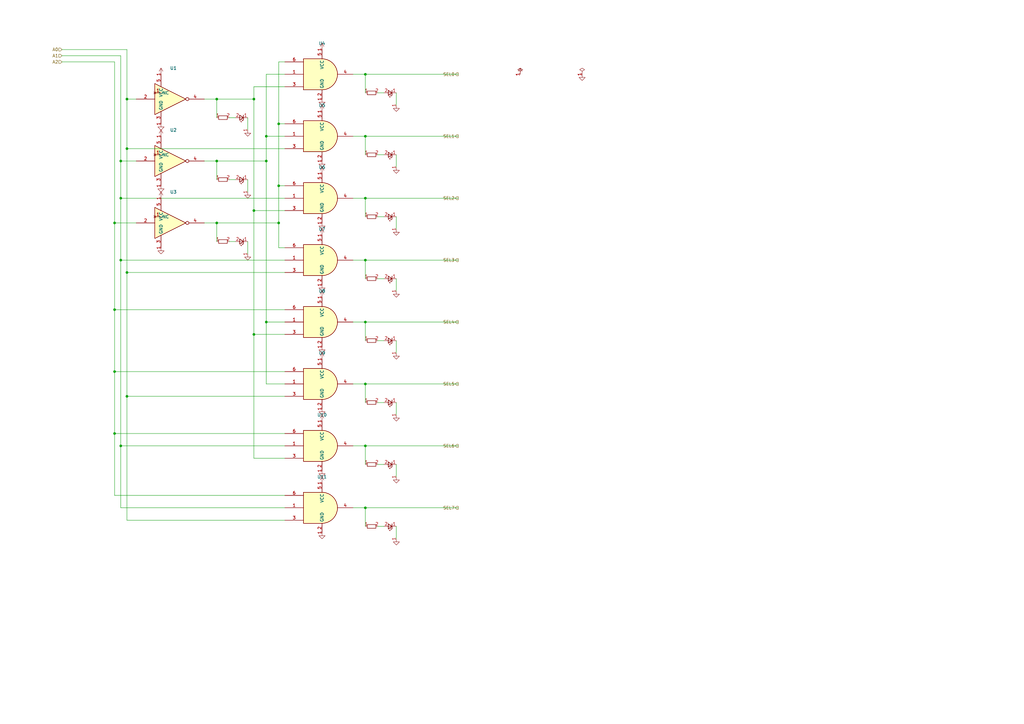
<source format=kicad_sch>
(kicad_sch (version 20250114) (generator eeschema)
  (paper "A3")
  (lib_symbols
    (symbol "74xGxx:74LVC1G04"
      (property "Reference" "U" (at 0 7.62 0))
      (property "Value" "74LVC1G04" (at 5.08 -7.62 0))
      (property "Datasheet" "https://www.ti.com/lit/ds/symlink/sn74lvc1g04.pdf" (at 0 0 0))
      (property "Description" "Single NOT Gate, Low-Voltage CMOS" (at 0 0 0))
      (property "ki_keywords" "Single Gate NOT LVC CMOS" (at 0 0 0))
      (property "ki_fp_filters" "SOT?23* Texas?R-PDSO-G5?DCK* Texas?R-PDSO-N5?DRL* Texas?X2SON*0.8x0.8mm*P0.48mm*" (at 0 0 0))
      (symbol "74LVC1G04_0_1"
        (polyline (pts (xy -7.62 6.35) (xy -7.62 -6.35) (xy 5.08 0) (xy -7.62 6.35)) (stroke (width 0.254)) (fill (type background)))
      )
      (symbol "74LVC1G04_1_1"
        (pin input line (at -15.24 0 0) (length 7.62) (name "~") (number "2"))
        (pin power_in line (at -5.08 10.16 270) (length 5.08) (name "VCC") (number "5"))
        (pin power_in line (at -5.08 -10.16 90) (length 5.08) (name "GND") (number "3"))
        (pin no_connect line (at -7.62 2.54 0) (length 2.54) (name "NC") (number "1"))
        (pin output inverted (at 12.7 0 180) (length 7.62) (name "~") (number "4"))
      )
    )
    (symbol "power:VCC" (power) (pin_names (offset 0))
      (property "Reference" "#PWR" (at 0 -3.81 0))
      (property "Value" "VCC" (at 0 3.556 0))
      (property "Description" "Power symbol creates a global label with name \"VCC\"" (at 0 0 0))
      (property "ki_keywords" "global power" (at 0 0 0))
      (symbol "VCC_0_1"
        (polyline (pts (xy -0.762 1.27) (xy 0 2.54)))
        (polyline (pts (xy 0 2.54) (xy 0.762 1.27)))
        (polyline (pts (xy 0 0) (xy 0 2.54)))
      )
      (symbol "VCC_1_1"
        (pin power_in line (at 0 0 90) (length 0) (name "~") (number "1"))
      )
    )
    (symbol "power:GND" (power) (pin_names (offset 0))
      (property "Reference" "#PWR" (at 0 -6.35 0))
      (property "Value" "GND" (at 0 -3.81 0))
      (property "Description" "Power symbol creates a global label with name \"GND\" , ground" (at 0 0 0))
      (property "ki_keywords" "global power" (at 0 0 0))
      (symbol "GND_0_1"
        (polyline (pts (xy 0 0) (xy 0 -1.27) (xy 1.27 -1.27) (xy 0 -2.54) (xy -1.27 -1.27) (xy 0 -1.27)))
      )
      (symbol "GND_1_1"
        (pin power_in line (at 0 0 270) (length 0) (name "~") (number "1"))
      )
    )
    (symbol "74xGxx:74LVC1G11"
      (property "Reference" "U" (at -5.08 10.16 0))
      (property "Value" "74LVC1G11" (at 7.62 -10.16 0))
      (property "Datasheet" "http://www.ti.com/lit/sg/scyt129e/scyt129e.pdf" (at 0 0 0))
      (property "Description" "Single AND 3-Input Gate, Low-Voltage CMOS" (at 0 0 0))
      (property "ki_keywords" "Single Gate AND triple LVC CMOS" (at 0 0 0))
      (property "ki_fp_filters" "SOT* SG-*" (at 0 0 0))
      (symbol "74LVC1G11_0_1"
        (arc (start 0 6.35) (mid 6.3224 0) (end 0 -6.35) (stroke (width 0.254)) (fill (type background)))
        (polyline (pts (xy 0 -6.35) (xy -7.62 -6.35) (xy -7.62 6.35) (xy 0 6.35)) (stroke (width 0.254)) (fill (type background)))
      )
      (symbol "74LVC1G11_1_1"
        (pin input line (at -15.24 5.08 0) (length 7.62) (name "~") (number "6"))
        (pin input line (at -15.24 0 0) (length 7.62) (name "~") (number "1"))
        (pin input line (at -15.24 -5.08 0) (length 7.62) (name "~") (number "3"))
        (pin power_in line (at 0 10.16 270) (length 3.81) (name "VCC") (number "5"))
        (pin power_in line (at 0 -10.16 90) (length 3.81) (name "GND") (number "2"))
        (pin output line (at 12.7 0 180) (length 6.35) (name "~") (number "4"))
      )
    )
    (symbol "Device:R_Small" (pin_names (offset 0.254))
      (property "Reference" "R" (at 0 0 90))
      (property "Value" "R_Small" (at 1.778 0 90))
      (property "Datasheet" "~" (at 0 0 0))
      (property "Description" "Resistor, small symbol" (at 0 0 0))
      (property "ki_keywords" "R resistor" (at 0 0 0))
      (property "ki_fp_filters" "R_*" (at 0 0 0))
      (symbol "R_Small_0_1"
        (rectangle (start -0.762 1.778) (end 0.762 -1.778) (stroke (width 0.2032)))
      )
      (symbol "R_Small_1_1"
        (pin passive line (at 0 2.54 270) (length 0.762) (name "~") (number "1"))
        (pin passive line (at 0 -2.54 90) (length 0.762) (name "~") (number "2"))
      )
    )
    (symbol "Device:LED_Small" (pin_names (offset 0.254) hide)
      (property "Reference" "D" (at -1.27 3.175 0))
      (property "Value" "LED_Small" (at -4.445 -2.54 0))
      (property "Datasheet" "~" (at 0 0 90))
      (property "Description" "Light emitting diode, small symbol" (at 0 0 0))
      (property "Sim.Pins" "1=K 2=A" (at 0 0 0))
      (property "ki_keywords" "LED diode light-emitting-diode" (at 0 0 0))
      (property "ki_fp_filters" "LED* LED_SMD:* LED_THT:*" (at 0 0 0))
      (symbol "LED_Small_0_1"
        (polyline (pts (xy -0.762 -1.016) (xy -0.762 1.016)) (stroke (width 0.254)))
        (polyline (pts (xy 0 0.762) (xy -0.508 1.27) (xy -0.254 1.27) (xy -0.508 1.27) (xy -0.508 1.016)))
        (polyline (pts (xy 0.508 1.27) (xy 0 1.778) (xy 0.254 1.778) (xy 0 1.778) (xy 0 1.524)))
        (polyline (pts (xy 0.762 -1.016) (xy -0.762 0) (xy 0.762 1.016) (xy 0.762 -1.016)) (stroke (width 0.254)))
        (polyline (pts (xy 1.016 0) (xy -0.762 0)))
      )
      (symbol "LED_Small_1_1"
        (pin passive line (at -2.54 0 0) (length 1.778) (name "K") (number "1"))
        (pin passive line (at 2.54 0 180) (length 1.778) (name "A") (number "2"))
      )
    )
    (symbol "power:PWR_FLAG" (power) (pin_names (offset 0))
      (property "Reference" "#FLG" (at 0 1.905 0))
      (property "Value" "PWR_FLAG" (at 0 3.81 0))
      (property "Datasheet" "~" (at 0 0 0))
      (property "Description" "Special symbol for telling ERC where power comes from" (at 0 0 0))
      (property "ki_keywords" "flag power" (at 0 0 0))
      (symbol "PWR_FLAG_0_0"
        (pin power_out line (at 0 0 90) (length 0) (name "~") (number "1"))
      )
      (symbol "PWR_FLAG_0_1"
        (polyline (pts (xy 0 0) (xy 0 1.27) (xy -1.016 1.905) (xy 0 2.54) (xy 1.016 1.905) (xy 0 1.27)))
      )
    )
  )
  (junction (at 52.07 40.64))
  (junction (at 52.07 60.96))
  (junction (at 52.07 111.76))
  (junction (at 52.07 162.56))
  (junction (at 49.53 66.04))
  (junction (at 49.53 81.28))
  (junction (at 49.53 106.68))
  (junction (at 49.53 182.88))
  (junction (at 46.99 91.44))
  (junction (at 46.99 127.0))
  (junction (at 46.99 152.4))
  (junction (at 46.99 177.8))
  (junction (at 88.9 40.64))
  (junction (at 104.14 40.64))
  (junction (at 104.14 86.36))
  (junction (at 104.14 137.16))
  (junction (at 88.9 66.04))
  (junction (at 109.22 55.88))
  (junction (at 109.22 66.04))
  (junction (at 109.22 132.08))
  (junction (at 88.9 91.44))
  (junction (at 114.3 50.8))
  (junction (at 114.3 76.2))
  (junction (at 114.3 91.44))
  (junction (at 149.86 30.48))
  (junction (at 149.86 55.88))
  (junction (at 149.86 81.28))
  (junction (at 149.86 106.68))
  (junction (at 149.86 132.08))
  (junction (at 149.86 157.48))
  (junction (at 149.86 182.88))
  (junction (at 149.86 208.28))
  (wire (pts (xy 25.4 20.32) (xy 52.07 20.32)) (stroke (width 0.0)))
  (wire (pts (xy 25.4 22.86) (xy 49.53 22.86)) (stroke (width 0.0)))
  (wire (pts (xy 25.4 25.4) (xy 46.99 25.4)) (stroke (width 0.0)))
  (wire (pts (xy 52.07 20.32) (xy 52.07 40.64)) (stroke (width 0.0)))
  (wire (pts (xy 52.07 40.64) (xy 52.07 60.96)) (stroke (width 0.0)))
  (wire (pts (xy 52.07 60.96) (xy 52.07 111.76)) (stroke (width 0.0)))
  (wire (pts (xy 52.07 111.76) (xy 52.07 162.56)) (stroke (width 0.0)))
  (wire (pts (xy 52.07 162.56) (xy 52.07 213.36)) (stroke (width 0.0)))
  (wire (pts (xy 52.07 40.64) (xy 55.88 40.64)) (stroke (width 0.0)))
  (wire (pts (xy 52.07 60.96) (xy 116.84 60.96)) (stroke (width 0.0)))
  (wire (pts (xy 52.07 111.76) (xy 116.84 111.76)) (stroke (width 0.0)))
  (wire (pts (xy 52.07 162.56) (xy 116.84 162.56)) (stroke (width 0.0)))
  (wire (pts (xy 52.07 213.36) (xy 116.84 213.36)) (stroke (width 0.0)))
  (wire (pts (xy 49.53 22.86) (xy 49.53 66.04)) (stroke (width 0.0)))
  (wire (pts (xy 49.53 66.04) (xy 49.53 81.28)) (stroke (width 0.0)))
  (wire (pts (xy 49.53 81.28) (xy 49.53 106.68)) (stroke (width 0.0)))
  (wire (pts (xy 49.53 106.68) (xy 49.53 182.88)) (stroke (width 0.0)))
  (wire (pts (xy 49.53 182.88) (xy 49.53 208.28)) (stroke (width 0.0)))
  (wire (pts (xy 49.53 66.04) (xy 55.88 66.04)) (stroke (width 0.0)))
  (wire (pts (xy 49.53 81.28) (xy 116.84 81.28)) (stroke (width 0.0)))
  (wire (pts (xy 49.53 106.68) (xy 116.84 106.68)) (stroke (width 0.0)))
  (wire (pts (xy 49.53 182.88) (xy 116.84 182.88)) (stroke (width 0.0)))
  (wire (pts (xy 49.53 208.28) (xy 116.84 208.28)) (stroke (width 0.0)))
  (wire (pts (xy 46.99 25.4) (xy 46.99 91.44)) (stroke (width 0.0)))
  (wire (pts (xy 46.99 91.44) (xy 46.99 127.0)) (stroke (width 0.0)))
  (wire (pts (xy 46.99 127.0) (xy 46.99 152.4)) (stroke (width 0.0)))
  (wire (pts (xy 46.99 152.4) (xy 46.99 177.8)) (stroke (width 0.0)))
  (wire (pts (xy 46.99 177.8) (xy 46.99 203.2)) (stroke (width 0.0)))
  (wire (pts (xy 46.99 91.44) (xy 55.88 91.44)) (stroke (width 0.0)))
  (wire (pts (xy 46.99 127.0) (xy 116.84 127.0)) (stroke (width 0.0)))
  (wire (pts (xy 46.99 152.4) (xy 116.84 152.4)) (stroke (width 0.0)))
  (wire (pts (xy 46.99 177.8) (xy 116.84 177.8)) (stroke (width 0.0)))
  (wire (pts (xy 46.99 203.2) (xy 116.84 203.2)) (stroke (width 0.0)))
  (wire (pts (xy 83.82 40.64) (xy 88.9 40.64)) (stroke (width 0.0)))
  (wire (pts (xy 88.9 40.64) (xy 104.14 40.64)) (stroke (width 0.0)))
  (wire (pts (xy 93.98 48.26) (xy 96.52 48.26)) (stroke (width 0.0)))
  (wire (pts (xy 101.6 48.26) (xy 101.6 53.34)) (stroke (width 0.0)))
  (wire (pts (xy 88.9 40.64) (xy 88.9 48.26)) (stroke (width 0.0)))
  (wire (pts (xy 104.14 35.56) (xy 104.14 40.64)) (stroke (width 0.0)))
  (wire (pts (xy 104.14 40.64) (xy 104.14 86.36)) (stroke (width 0.0)))
  (wire (pts (xy 104.14 86.36) (xy 104.14 137.16)) (stroke (width 0.0)))
  (wire (pts (xy 104.14 137.16) (xy 104.14 187.96)) (stroke (width 0.0)))
  (wire (pts (xy 104.14 35.56) (xy 116.84 35.56)) (stroke (width 0.0)))
  (wire (pts (xy 104.14 86.36) (xy 116.84 86.36)) (stroke (width 0.0)))
  (wire (pts (xy 104.14 137.16) (xy 116.84 137.16)) (stroke (width 0.0)))
  (wire (pts (xy 104.14 187.96) (xy 116.84 187.96)) (stroke (width 0.0)))
  (wire (pts (xy 83.82 66.04) (xy 88.9 66.04)) (stroke (width 0.0)))
  (wire (pts (xy 88.9 66.04) (xy 109.22 66.04)) (stroke (width 0.0)))
  (wire (pts (xy 93.98 73.66) (xy 96.52 73.66)) (stroke (width 0.0)))
  (wire (pts (xy 101.6 73.66) (xy 101.6 78.74)) (stroke (width 0.0)))
  (wire (pts (xy 88.9 66.04) (xy 88.9 73.66)) (stroke (width 0.0)))
  (wire (pts (xy 109.22 30.48) (xy 109.22 55.88)) (stroke (width 0.0)))
  (wire (pts (xy 109.22 55.88) (xy 109.22 66.04)) (stroke (width 0.0)))
  (wire (pts (xy 109.22 66.04) (xy 109.22 132.08)) (stroke (width 0.0)))
  (wire (pts (xy 109.22 132.08) (xy 109.22 157.48)) (stroke (width 0.0)))
  (wire (pts (xy 109.22 30.48) (xy 116.84 30.48)) (stroke (width 0.0)))
  (wire (pts (xy 109.22 55.88) (xy 116.84 55.88)) (stroke (width 0.0)))
  (wire (pts (xy 109.22 132.08) (xy 116.84 132.08)) (stroke (width 0.0)))
  (wire (pts (xy 109.22 157.48) (xy 116.84 157.48)) (stroke (width 0.0)))
  (wire (pts (xy 83.82 91.44) (xy 88.9 91.44)) (stroke (width 0.0)))
  (wire (pts (xy 88.9 91.44) (xy 114.3 91.44)) (stroke (width 0.0)))
  (wire (pts (xy 93.98 99.06) (xy 96.52 99.06)) (stroke (width 0.0)))
  (wire (pts (xy 101.6 99.06) (xy 101.6 104.14)) (stroke (width 0.0)))
  (wire (pts (xy 88.9 91.44) (xy 88.9 99.06)) (stroke (width 0.0)))
  (wire (pts (xy 114.3 25.4) (xy 114.3 50.8)) (stroke (width 0.0)))
  (wire (pts (xy 114.3 50.8) (xy 114.3 76.2)) (stroke (width 0.0)))
  (wire (pts (xy 114.3 76.2) (xy 114.3 91.44)) (stroke (width 0.0)))
  (wire (pts (xy 114.3 91.44) (xy 114.3 101.6)) (stroke (width 0.0)))
  (wire (pts (xy 114.3 25.4) (xy 116.84 25.4)) (stroke (width 0.0)))
  (wire (pts (xy 114.3 50.8) (xy 116.84 50.8)) (stroke (width 0.0)))
  (wire (pts (xy 114.3 76.2) (xy 116.84 76.2)) (stroke (width 0.0)))
  (wire (pts (xy 114.3 101.6) (xy 116.84 101.6)) (stroke (width 0.0)))
  (wire (pts (xy 144.78 30.48) (xy 149.86 30.48)) (stroke (width 0.0)))
  (wire (pts (xy 149.86 30.48) (xy 187.96 30.48)) (stroke (width 0.0)))
  (wire (pts (xy 154.94 38.1) (xy 157.48 38.1)) (stroke (width 0.0)))
  (wire (pts (xy 162.56 38.1) (xy 162.56 43.18)) (stroke (width 0.0)))
  (wire (pts (xy 149.86 30.48) (xy 149.86 38.1)) (stroke (width 0.0)))
  (wire (pts (xy 144.78 55.88) (xy 149.86 55.88)) (stroke (width 0.0)))
  (wire (pts (xy 149.86 55.88) (xy 187.96 55.88)) (stroke (width 0.0)))
  (wire (pts (xy 154.94 63.5) (xy 157.48 63.5)) (stroke (width 0.0)))
  (wire (pts (xy 162.56 63.5) (xy 162.56 68.58)) (stroke (width 0.0)))
  (wire (pts (xy 149.86 55.88) (xy 149.86 63.5)) (stroke (width 0.0)))
  (wire (pts (xy 144.78 81.28) (xy 149.86 81.28)) (stroke (width 0.0)))
  (wire (pts (xy 149.86 81.28) (xy 187.96 81.28)) (stroke (width 0.0)))
  (wire (pts (xy 154.94 88.9) (xy 157.48 88.9)) (stroke (width 0.0)))
  (wire (pts (xy 162.56 88.9) (xy 162.56 93.98)) (stroke (width 0.0)))
  (wire (pts (xy 149.86 81.28) (xy 149.86 88.9)) (stroke (width 0.0)))
  (wire (pts (xy 144.78 106.68) (xy 149.86 106.68)) (stroke (width 0.0)))
  (wire (pts (xy 149.86 106.68) (xy 187.96 106.68)) (stroke (width 0.0)))
  (wire (pts (xy 154.94 114.3) (xy 157.48 114.3)) (stroke (width 0.0)))
  (wire (pts (xy 162.56 114.3) (xy 162.56 119.38)) (stroke (width 0.0)))
  (wire (pts (xy 149.86 106.68) (xy 149.86 114.3)) (stroke (width 0.0)))
  (wire (pts (xy 144.78 132.08) (xy 149.86 132.08)) (stroke (width 0.0)))
  (wire (pts (xy 149.86 132.08) (xy 187.96 132.08)) (stroke (width 0.0)))
  (wire (pts (xy 154.94 139.7) (xy 157.48 139.7)) (stroke (width 0.0)))
  (wire (pts (xy 162.56 139.7) (xy 162.56 144.78)) (stroke (width 0.0)))
  (wire (pts (xy 149.86 132.08) (xy 149.86 139.7)) (stroke (width 0.0)))
  (wire (pts (xy 144.78 157.48) (xy 149.86 157.48)) (stroke (width 0.0)))
  (wire (pts (xy 149.86 157.48) (xy 187.96 157.48)) (stroke (width 0.0)))
  (wire (pts (xy 154.94 165.1) (xy 157.48 165.1)) (stroke (width 0.0)))
  (wire (pts (xy 162.56 165.1) (xy 162.56 170.18)) (stroke (width 0.0)))
  (wire (pts (xy 149.86 157.48) (xy 149.86 165.1)) (stroke (width 0.0)))
  (wire (pts (xy 144.78 182.88) (xy 149.86 182.88)) (stroke (width 0.0)))
  (wire (pts (xy 149.86 182.88) (xy 187.96 182.88)) (stroke (width 0.0)))
  (wire (pts (xy 154.94 190.5) (xy 157.48 190.5)) (stroke (width 0.0)))
  (wire (pts (xy 162.56 190.5) (xy 162.56 195.58)) (stroke (width 0.0)))
  (wire (pts (xy 149.86 182.88) (xy 149.86 190.5)) (stroke (width 0.0)))
  (wire (pts (xy 144.78 208.28) (xy 149.86 208.28)) (stroke (width 0.0)))
  (wire (pts (xy 149.86 208.28) (xy 187.96 208.28)) (stroke (width 0.0)))
  (wire (pts (xy 154.94 215.9) (xy 157.48 215.9)) (stroke (width 0.0)))
  (wire (pts (xy 162.56 215.9) (xy 162.56 220.98)) (stroke (width 0.0)))
  (wire (pts (xy 149.86 208.28) (xy 149.86 215.9)) (stroke (width 0.0)))
  (hierarchical_label "A0" (shape input) (at 25.4 20.32 0))
  (hierarchical_label "A1" (shape input) (at 25.4 22.86 0))
  (hierarchical_label "A2" (shape input) (at 25.4 25.4 0))
  (hierarchical_label "SEL0" (shape output) (at 187.96 30.48 0))
  (hierarchical_label "SEL1" (shape output) (at 187.96 55.88 0))
  (hierarchical_label "SEL2" (shape output) (at 187.96 81.28 0))
  (hierarchical_label "SEL3" (shape output) (at 187.96 106.68 0))
  (hierarchical_label "SEL4" (shape output) (at 187.96 132.08 0))
  (hierarchical_label "SEL5" (shape output) (at 187.96 157.48 0))
  (hierarchical_label "SEL6" (shape output) (at 187.96 182.88 0))
  (hierarchical_label "SEL7" (shape output) (at 187.96 208.28 0))
  (symbol (lib_id "74xGxx:74LVC1G04") (at 71.12 40.64 0) (unit 1)
    (property "Reference" "U1" (at 71.12 27.94 0))
    (property "Value" "74LVC1G04" (effects hide))
    (property "Datasheet" "https://www.ti.com/lit/ds/symlink/sn74lvc1g04.pdf" (effects hide))
  )
  (symbol (lib_id "power:VCC") (at 66.04 30.48 0) (unit 1)
    (property "Reference" "#PWR1" (effects hide))
    (property "Value" "VCC" (effects hide))
    (instances (project "ram" (path "" (reference "#PWR1") (unit 1)) (path "" (reference "#PWR15") (unit 1))))
  )
  (symbol (lib_id "power:GND") (at 66.04 50.8 0) (unit 1)
    (property "Reference" "#PWR2" (effects hide))
    (property "Value" "GND" (effects hide))
    (instances (project "ram" (path "" (reference "#PWR2") (unit 1)) (path "" (reference "#PWR16") (unit 1))))
  )
  (symbol (lib_id "74xGxx:74LVC1G04") (at 71.12 66.04 0) (unit 1)
    (property "Reference" "U2" (at 71.12 53.34 0))
    (property "Value" "74LVC1G04" (effects hide))
    (property "Datasheet" "https://www.ti.com/lit/ds/symlink/sn74lvc1g04.pdf" (effects hide))
  )
  (symbol (lib_id "power:VCC") (at 66.04 55.88 0) (unit 1)
    (property "Reference" "#PWR3" (effects hide))
    (property "Value" "VCC" (effects hide))
    (instances (project "ram" (path "" (reference "#PWR3") (unit 1)) (path "" (reference "#PWR17") (unit 1))))
  )
  (symbol (lib_id "power:GND") (at 66.04 76.2 0) (unit 1)
    (property "Reference" "#PWR4" (effects hide))
    (property "Value" "GND" (effects hide))
    (instances (project "ram" (path "" (reference "#PWR4") (unit 1)) (path "" (reference "#PWR18") (unit 1))))
  )
  (symbol (lib_id "74xGxx:74LVC1G04") (at 71.12 91.44 0) (unit 1)
    (property "Reference" "U3" (at 71.12 78.74 0))
    (property "Value" "74LVC1G04" (effects hide))
    (property "Datasheet" "https://www.ti.com/lit/ds/symlink/sn74lvc1g04.pdf" (effects hide))
  )
  (symbol (lib_id "power:VCC") (at 66.04 81.28 0) (unit 1)
    (property "Reference" "#PWR5" (effects hide))
    (property "Value" "VCC" (effects hide))
    (instances (project "ram" (path "" (reference "#PWR5") (unit 1)) (path "" (reference "#PWR19") (unit 1))))
  )
  (symbol (lib_id "power:GND") (at 66.04 101.6 0) (unit 1)
    (property "Reference" "#PWR6" (effects hide))
    (property "Value" "GND" (effects hide))
    (instances (project "ram" (path "" (reference "#PWR6") (unit 1)) (path "" (reference "#PWR20") (unit 1))))
  )
  (symbol (lib_id "74xGxx:74LVC1G11") (at 132.08 30.48 0) (unit 1)
    (property "Reference" "U4" (at 132.08 17.78 0))
    (property "Value" "74LVC1G11" (effects hide))
    (property "Datasheet" "http://www.ti.com/lit/sg/scyt129e/scyt129e.pdf" (effects hide))
  )
  (symbol (lib_id "power:VCC") (at 132.08 20.32 0) (unit 1)
    (property "Reference" "#PWR7" (effects hide))
    (property "Value" "VCC" (effects hide))
    (instances (project "ram" (path "" (reference "#PWR7") (unit 1)) (path "" (reference "#PWR21") (unit 1))))
  )
  (symbol (lib_id "power:GND") (at 132.08 40.64 0) (unit 1)
    (property "Reference" "#PWR8" (effects hide))
    (property "Value" "GND" (effects hide))
    (instances (project "ram" (path "" (reference "#PWR8") (unit 1)) (path "" (reference "#PWR22") (unit 1))))
  )
  (symbol (lib_id "74xGxx:74LVC1G11") (at 132.08 55.88 0) (unit 1)
    (property "Reference" "U5" (at 132.08 43.18000000000001 0))
    (property "Value" "74LVC1G11" (effects hide))
    (property "Datasheet" "http://www.ti.com/lit/sg/scyt129e/scyt129e.pdf" (effects hide))
  )
  (symbol (lib_id "power:VCC") (at 132.08 45.72 0) (unit 1)
    (property "Reference" "#PWR9" (effects hide))
    (property "Value" "VCC" (effects hide))
    (instances (project "ram" (path "" (reference "#PWR9") (unit 1)) (path "" (reference "#PWR23") (unit 1))))
  )
  (symbol (lib_id "power:GND") (at 132.08 66.04 0) (unit 1)
    (property "Reference" "#PWR10" (effects hide))
    (property "Value" "GND" (effects hide))
    (instances (project "ram" (path "" (reference "#PWR10") (unit 1)) (path "" (reference "#PWR24") (unit 1))))
  )
  (symbol (lib_id "74xGxx:74LVC1G11") (at 132.08 81.28 0) (unit 1)
    (property "Reference" "U6" (at 132.08 68.58 0))
    (property "Value" "74LVC1G11" (effects hide))
    (property "Datasheet" "http://www.ti.com/lit/sg/scyt129e/scyt129e.pdf" (effects hide))
  )
  (symbol (lib_id "power:VCC") (at 132.08 71.12 0) (unit 1)
    (property "Reference" "#PWR11" (effects hide))
    (property "Value" "VCC" (effects hide))
    (instances (project "ram" (path "" (reference "#PWR11") (unit 1)) (path "" (reference "#PWR25") (unit 1))))
  )
  (symbol (lib_id "power:GND") (at 132.08 91.44 0) (unit 1)
    (property "Reference" "#PWR12" (effects hide))
    (property "Value" "GND" (effects hide))
    (instances (project "ram" (path "" (reference "#PWR12") (unit 1)) (path "" (reference "#PWR26") (unit 1))))
  )
  (symbol (lib_id "74xGxx:74LVC1G11") (at 132.08 106.68 0) (unit 1)
    (property "Reference" "U7" (at 132.08 93.98 0))
    (property "Value" "74LVC1G11" (effects hide))
    (property "Datasheet" "http://www.ti.com/lit/sg/scyt129e/scyt129e.pdf" (effects hide))
  )
  (symbol (lib_id "power:VCC") (at 132.08 96.52 0) (unit 1)
    (property "Reference" "#PWR13" (effects hide))
    (property "Value" "VCC" (effects hide))
    (instances (project "ram" (path "" (reference "#PWR13") (unit 1)) (path "" (reference "#PWR27") (unit 1))))
  )
  (symbol (lib_id "power:GND") (at 132.08 116.84 0) (unit 1)
    (property "Reference" "#PWR14" (effects hide))
    (property "Value" "GND" (effects hide))
    (instances (project "ram" (path "" (reference "#PWR14") (unit 1)) (path "" (reference "#PWR28") (unit 1))))
  )
  (symbol (lib_id "74xGxx:74LVC1G11") (at 132.08 132.08 0) (unit 1)
    (property "Reference" "U8" (at 132.08 119.38000000000001 0))
    (property "Value" "74LVC1G11" (effects hide))
    (property "Datasheet" "http://www.ti.com/lit/sg/scyt129e/scyt129e.pdf" (effects hide))
  )
  (symbol (lib_id "power:VCC") (at 132.08 121.92 0) (unit 1)
    (property "Reference" "#PWR15" (effects hide))
    (property "Value" "VCC" (effects hide))
    (instances (project "ram" (path "" (reference "#PWR15") (unit 1)) (path "" (reference "#PWR29") (unit 1))))
  )
  (symbol (lib_id "power:GND") (at 132.08 142.24 0) (unit 1)
    (property "Reference" "#PWR16" (effects hide))
    (property "Value" "GND" (effects hide))
    (instances (project "ram" (path "" (reference "#PWR16") (unit 1)) (path "" (reference "#PWR30") (unit 1))))
  )
  (symbol (lib_id "74xGxx:74LVC1G11") (at 132.08 157.48 0) (unit 1)
    (property "Reference" "U9" (at 132.08 144.78 0))
    (property "Value" "74LVC1G11" (effects hide))
    (property "Datasheet" "http://www.ti.com/lit/sg/scyt129e/scyt129e.pdf" (effects hide))
  )
  (symbol (lib_id "power:VCC") (at 132.08 147.32 0) (unit 1)
    (property "Reference" "#PWR17" (effects hide))
    (property "Value" "VCC" (effects hide))
    (instances (project "ram" (path "" (reference "#PWR17") (unit 1)) (path "" (reference "#PWR31") (unit 1))))
  )
  (symbol (lib_id "power:GND") (at 132.08 167.64 0) (unit 1)
    (property "Reference" "#PWR18" (effects hide))
    (property "Value" "GND" (effects hide))
    (instances (project "ram" (path "" (reference "#PWR18") (unit 1)) (path "" (reference "#PWR32") (unit 1))))
  )
  (symbol (lib_id "74xGxx:74LVC1G11") (at 132.08 182.88 0) (unit 1)
    (property "Reference" "U10" (at 132.08 170.18 0))
    (property "Value" "74LVC1G11" (effects hide))
    (property "Datasheet" "http://www.ti.com/lit/sg/scyt129e/scyt129e.pdf" (effects hide))
  )
  (symbol (lib_id "power:VCC") (at 132.08 172.72 0) (unit 1)
    (property "Reference" "#PWR19" (effects hide))
    (property "Value" "VCC" (effects hide))
    (instances (project "ram" (path "" (reference "#PWR19") (unit 1)) (path "" (reference "#PWR33") (unit 1))))
  )
  (symbol (lib_id "power:GND") (at 132.08 193.04 0) (unit 1)
    (property "Reference" "#PWR20" (effects hide))
    (property "Value" "GND" (effects hide))
    (instances (project "ram" (path "" (reference "#PWR20") (unit 1)) (path "" (reference "#PWR34") (unit 1))))
  )
  (symbol (lib_id "74xGxx:74LVC1G11") (at 132.08 208.28 0) (unit 1)
    (property "Reference" "U11" (at 132.08 195.58 0))
    (property "Value" "74LVC1G11" (effects hide))
    (property "Datasheet" "http://www.ti.com/lit/sg/scyt129e/scyt129e.pdf" (effects hide))
  )
  (symbol (lib_id "power:VCC") (at 132.08 198.12 0) (unit 1)
    (property "Reference" "#PWR21" (effects hide))
    (property "Value" "VCC" (effects hide))
    (instances (project "ram" (path "" (reference "#PWR21") (unit 1)) (path "" (reference "#PWR35") (unit 1))))
  )
  (symbol (lib_id "power:GND") (at 132.08 218.44 0) (unit 1)
    (property "Reference" "#PWR22" (effects hide))
    (property "Value" "GND" (effects hide))
    (instances (project "ram" (path "" (reference "#PWR22") (unit 1)) (path "" (reference "#PWR36") (unit 1))))
  )
  (symbol (lib_id "Device:R_Small") (at 91.44 48.26 90) (unit 1)
    (property "Reference" "R1" (effects hide))
    (property "Value" "680R" (effects hide))
    (instances (project "ram" (path "" (reference "R1") (unit 1)) (path "" (reference "R15") (unit 1))))
  )
  (symbol (lib_id "Device:LED_Small") (at 99.06 48.26 180) (unit 1)
    (property "Reference" "D1" (effects hide))
    (property "Value" "Red" (effects hide))
    (instances (project "ram" (path "" (reference "D1") (unit 1)) (path "" (reference "D15") (unit 1))))
  )
  (symbol (lib_id "power:GND") (at 101.6 53.34 0) (unit 1)
    (property "Reference" "#PWR23" (effects hide))
    (property "Value" "GND" (effects hide))
    (instances (project "ram" (path "" (reference "#PWR23") (unit 1)) (path "" (reference "#PWR37") (unit 1))))
  )
  (symbol (lib_id "Device:R_Small") (at 91.44 73.66 90) (unit 1)
    (property "Reference" "R2" (effects hide))
    (property "Value" "680R" (effects hide))
    (instances (project "ram" (path "" (reference "R2") (unit 1)) (path "" (reference "R16") (unit 1))))
  )
  (symbol (lib_id "Device:LED_Small") (at 99.06 73.66 180) (unit 1)
    (property "Reference" "D2" (effects hide))
    (property "Value" "Red" (effects hide))
    (instances (project "ram" (path "" (reference "D2") (unit 1)) (path "" (reference "D16") (unit 1))))
  )
  (symbol (lib_id "power:GND") (at 101.6 78.74 0) (unit 1)
    (property "Reference" "#PWR24" (effects hide))
    (property "Value" "GND" (effects hide))
    (instances (project "ram" (path "" (reference "#PWR24") (unit 1)) (path "" (reference "#PWR38") (unit 1))))
  )
  (symbol (lib_id "Device:R_Small") (at 91.44 99.06 90) (unit 1)
    (property "Reference" "R3" (effects hide))
    (property "Value" "680R" (effects hide))
    (instances (project "ram" (path "" (reference "R3") (unit 1)) (path "" (reference "R17") (unit 1))))
  )
  (symbol (lib_id "Device:LED_Small") (at 99.06 99.06 180) (unit 1)
    (property "Reference" "D3" (effects hide))
    (property "Value" "Red" (effects hide))
    (instances (project "ram" (path "" (reference "D3") (unit 1)) (path "" (reference "D17") (unit 1))))
  )
  (symbol (lib_id "power:GND") (at 101.6 104.14 0) (unit 1)
    (property "Reference" "#PWR25" (effects hide))
    (property "Value" "GND" (effects hide))
    (instances (project "ram" (path "" (reference "#PWR25") (unit 1)) (path "" (reference "#PWR39") (unit 1))))
  )
  (symbol (lib_id "Device:R_Small") (at 152.4 38.1 90) (unit 1)
    (property "Reference" "R4" (effects hide))
    (property "Value" "680R" (effects hide))
    (instances (project "ram" (path "" (reference "R4") (unit 1)) (path "" (reference "R18") (unit 1))))
  )
  (symbol (lib_id "Device:LED_Small") (at 160.02 38.1 180) (unit 1)
    (property "Reference" "D4" (effects hide))
    (property "Value" "Red" (effects hide))
    (instances (project "ram" (path "" (reference "D4") (unit 1)) (path "" (reference "D18") (unit 1))))
  )
  (symbol (lib_id "power:GND") (at 162.56 43.18 0) (unit 1)
    (property "Reference" "#PWR26" (effects hide))
    (property "Value" "GND" (effects hide))
    (instances (project "ram" (path "" (reference "#PWR26") (unit 1)) (path "" (reference "#PWR40") (unit 1))))
  )
  (symbol (lib_id "Device:R_Small") (at 152.4 63.5 90) (unit 1)
    (property "Reference" "R5" (effects hide))
    (property "Value" "680R" (effects hide))
    (instances (project "ram" (path "" (reference "R5") (unit 1)) (path "" (reference "R19") (unit 1))))
  )
  (symbol (lib_id "Device:LED_Small") (at 160.02 63.5 180) (unit 1)
    (property "Reference" "D5" (effects hide))
    (property "Value" "Red" (effects hide))
    (instances (project "ram" (path "" (reference "D5") (unit 1)) (path "" (reference "D19") (unit 1))))
  )
  (symbol (lib_id "power:GND") (at 162.56 68.58 0) (unit 1)
    (property "Reference" "#PWR27" (effects hide))
    (property "Value" "GND" (effects hide))
    (instances (project "ram" (path "" (reference "#PWR27") (unit 1)) (path "" (reference "#PWR41") (unit 1))))
  )
  (symbol (lib_id "Device:R_Small") (at 152.4 88.9 90) (unit 1)
    (property "Reference" "R6" (effects hide))
    (property "Value" "680R" (effects hide))
    (instances (project "ram" (path "" (reference "R6") (unit 1)) (path "" (reference "R20") (unit 1))))
  )
  (symbol (lib_id "Device:LED_Small") (at 160.02 88.9 180) (unit 1)
    (property "Reference" "D6" (effects hide))
    (property "Value" "Red" (effects hide))
    (instances (project "ram" (path "" (reference "D6") (unit 1)) (path "" (reference "D20") (unit 1))))
  )
  (symbol (lib_id "power:GND") (at 162.56 93.98 0) (unit 1)
    (property "Reference" "#PWR28" (effects hide))
    (property "Value" "GND" (effects hide))
    (instances (project "ram" (path "" (reference "#PWR28") (unit 1)) (path "" (reference "#PWR42") (unit 1))))
  )
  (symbol (lib_id "Device:R_Small") (at 152.4 114.3 90) (unit 1)
    (property "Reference" "R7" (effects hide))
    (property "Value" "680R" (effects hide))
    (instances (project "ram" (path "" (reference "R7") (unit 1)) (path "" (reference "R21") (unit 1))))
  )
  (symbol (lib_id "Device:LED_Small") (at 160.02 114.3 180) (unit 1)
    (property "Reference" "D7" (effects hide))
    (property "Value" "Red" (effects hide))
    (instances (project "ram" (path "" (reference "D7") (unit 1)) (path "" (reference "D21") (unit 1))))
  )
  (symbol (lib_id "power:GND") (at 162.56 119.38 0) (unit 1)
    (property "Reference" "#PWR29" (effects hide))
    (property "Value" "GND" (effects hide))
    (instances (project "ram" (path "" (reference "#PWR29") (unit 1)) (path "" (reference "#PWR43") (unit 1))))
  )
  (symbol (lib_id "Device:R_Small") (at 152.4 139.7 90) (unit 1)
    (property "Reference" "R8" (effects hide))
    (property "Value" "680R" (effects hide))
    (instances (project "ram" (path "" (reference "R8") (unit 1)) (path "" (reference "R22") (unit 1))))
  )
  (symbol (lib_id "Device:LED_Small") (at 160.02 139.7 180) (unit 1)
    (property "Reference" "D8" (effects hide))
    (property "Value" "Red" (effects hide))
    (instances (project "ram" (path "" (reference "D8") (unit 1)) (path "" (reference "D22") (unit 1))))
  )
  (symbol (lib_id "power:GND") (at 162.56 144.78 0) (unit 1)
    (property "Reference" "#PWR30" (effects hide))
    (property "Value" "GND" (effects hide))
    (instances (project "ram" (path "" (reference "#PWR30") (unit 1)) (path "" (reference "#PWR44") (unit 1))))
  )
  (symbol (lib_id "Device:R_Small") (at 152.4 165.1 90) (unit 1)
    (property "Reference" "R9" (effects hide))
    (property "Value" "680R" (effects hide))
    (instances (project "ram" (path "" (reference "R9") (unit 1)) (path "" (reference "R23") (unit 1))))
  )
  (symbol (lib_id "Device:LED_Small") (at 160.02 165.1 180) (unit 1)
    (property "Reference" "D9" (effects hide))
    (property "Value" "Red" (effects hide))
    (instances (project "ram" (path "" (reference "D9") (unit 1)) (path "" (reference "D23") (unit 1))))
  )
  (symbol (lib_id "power:GND") (at 162.56 170.18 0) (unit 1)
    (property "Reference" "#PWR31" (effects hide))
    (property "Value" "GND" (effects hide))
    (instances (project "ram" (path "" (reference "#PWR31") (unit 1)) (path "" (reference "#PWR45") (unit 1))))
  )
  (symbol (lib_id "Device:R_Small") (at 152.4 190.5 90) (unit 1)
    (property "Reference" "R10" (effects hide))
    (property "Value" "680R" (effects hide))
    (instances (project "ram" (path "" (reference "R10") (unit 1)) (path "" (reference "R24") (unit 1))))
  )
  (symbol (lib_id "Device:LED_Small") (at 160.02 190.5 180) (unit 1)
    (property "Reference" "D10" (effects hide))
    (property "Value" "Red" (effects hide))
    (instances (project "ram" (path "" (reference "D10") (unit 1)) (path "" (reference "D24") (unit 1))))
  )
  (symbol (lib_id "power:GND") (at 162.56 195.58 0) (unit 1)
    (property "Reference" "#PWR32" (effects hide))
    (property "Value" "GND" (effects hide))
    (instances (project "ram" (path "" (reference "#PWR32") (unit 1)) (path "" (reference "#PWR46") (unit 1))))
  )
  (symbol (lib_id "Device:R_Small") (at 152.4 215.9 90) (unit 1)
    (property "Reference" "R11" (effects hide))
    (property "Value" "680R" (effects hide))
    (instances (project "ram" (path "" (reference "R11") (unit 1)) (path "" (reference "R25") (unit 1))))
  )
  (symbol (lib_id "Device:LED_Small") (at 160.02 215.9 180) (unit 1)
    (property "Reference" "D11" (effects hide))
    (property "Value" "Red" (effects hide))
    (instances (project "ram" (path "" (reference "D11") (unit 1)) (path "" (reference "D25") (unit 1))))
  )
  (symbol (lib_id "power:GND") (at 162.56 220.98 0) (unit 1)
    (property "Reference" "#PWR33" (effects hide))
    (property "Value" "GND" (effects hide))
    (instances (project "ram" (path "" (reference "#PWR33") (unit 1)) (path "" (reference "#PWR47") (unit 1))))
  )
  (symbol (lib_id "power:VCC") (at 213.36 30.48 0) (unit 1)
    (property "Reference" "#PWR34" (effects hide))
    (property "Value" "VCC" (effects hide))
    (instances (project "ram" (path "" (reference "#PWR34") (unit 1)) (path "" (reference "#PWR48") (unit 1))))
  )
  (symbol (lib_id "power:PWR_FLAG") (at 213.36 30.48 0) (unit 1)
    (property "Reference" "#FLG1" (effects hide))
    (property "Value" "PWR_FLAG" (effects hide))
  )
  (symbol (lib_id "power:GND") (at 238.76 30.48 0) (unit 1)
    (property "Reference" "#PWR35" (effects hide))
    (property "Value" "GND" (effects hide))
    (instances (project "ram" (path "" (reference "#PWR35") (unit 1)) (path "" (reference "#PWR49") (unit 1))))
  )
  (symbol (lib_id "power:PWR_FLAG") (at 238.76 30.48 0) (unit 1)
    (property "Reference" "#FLG2" (effects hide))
    (property "Value" "PWR_FLAG" (effects hide))
  )
)
</source>
